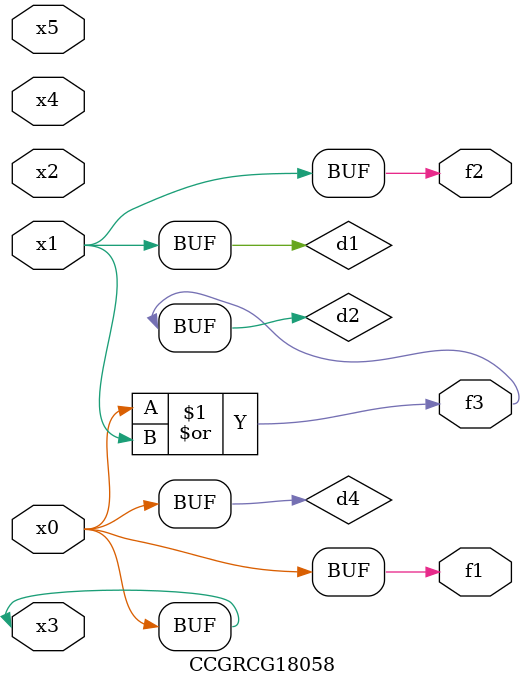
<source format=v>
module CCGRCG18058(
	input x0, x1, x2, x3, x4, x5,
	output f1, f2, f3
);

	wire d1, d2, d3, d4;

	and (d1, x1);
	or (d2, x0, x1);
	nand (d3, x0, x5);
	buf (d4, x0, x3);
	assign f1 = d4;
	assign f2 = d1;
	assign f3 = d2;
endmodule

</source>
